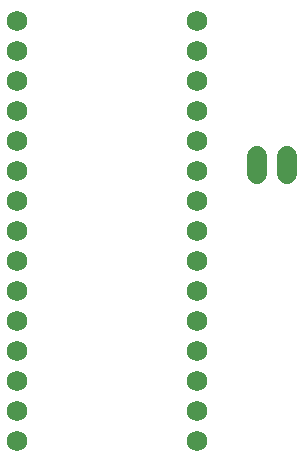
<source format=gbr>
G04 EAGLE Gerber RS-274X export*
G75*
%MOMM*%
%FSLAX34Y34*%
%LPD*%
%INSoldermask Bottom*%
%IPPOS*%
%AMOC8*
5,1,8,0,0,1.08239X$1,22.5*%
G01*
%ADD10C,1.727200*%
%ADD11C,1.727200*%


D10*
X145200Y218600D03*
X145200Y244000D03*
X145200Y269400D03*
X145200Y294800D03*
X145200Y320200D03*
X145200Y345600D03*
X145200Y193200D03*
X145200Y167800D03*
X145200Y142400D03*
X145200Y117000D03*
X145200Y91600D03*
X145200Y66200D03*
X145200Y40800D03*
X145200Y371000D03*
X145200Y396400D03*
X297600Y218600D03*
X297600Y193200D03*
X297600Y167800D03*
X297600Y142400D03*
X297600Y117000D03*
X297600Y91600D03*
X297600Y244000D03*
X297600Y269400D03*
X297600Y294800D03*
X297600Y320200D03*
X297600Y345600D03*
X297600Y371000D03*
X297600Y396400D03*
X297600Y66200D03*
X297600Y40800D03*
D11*
X373600Y267080D02*
X373600Y282320D01*
X348200Y282320D02*
X348200Y267080D01*
M02*

</source>
